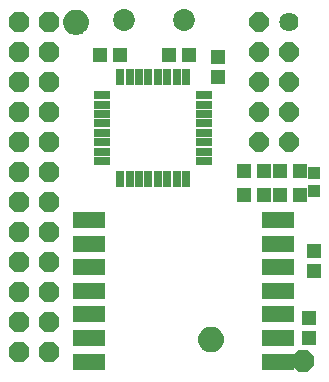
<source format=gts>
G75*
%MOIN*%
%OFA0B0*%
%FSLAX24Y24*%
%IPPOS*%
%LPD*%
%AMOC8*
5,1,8,0,0,1.08239X$1,22.5*
%
%ADD10R,0.1080X0.0580*%
%ADD11OC8,0.0710*%
%ADD12C,0.0640*%
%ADD13OC8,0.0640*%
%ADD14R,0.0395X0.0395*%
%ADD15R,0.0474X0.0513*%
%ADD16R,0.0513X0.0474*%
%ADD17R,0.0300X0.0580*%
%ADD18R,0.0580X0.0300*%
%ADD19C,0.0050*%
%ADD20OC8,0.0680*%
%ADD21C,0.0730*%
D10*
X003175Y000538D03*
X003175Y001325D03*
X003175Y002113D03*
X003175Y002900D03*
X003175Y003687D03*
X003175Y004475D03*
X003175Y005262D03*
X009475Y005262D03*
X009475Y004475D03*
X009475Y003687D03*
X009475Y002900D03*
X009475Y002113D03*
X009475Y001325D03*
X009475Y000538D03*
D11*
X010300Y000550D03*
D12*
X009825Y011850D03*
D13*
X009825Y010850D03*
X009825Y009850D03*
X009825Y008850D03*
X009825Y007850D03*
X008825Y007850D03*
X008825Y008850D03*
X008825Y009850D03*
X008825Y010850D03*
X008825Y011850D03*
D14*
X010675Y006820D03*
X010675Y006230D03*
D15*
X010210Y006100D03*
X009540Y006100D03*
X009010Y006100D03*
X008340Y006100D03*
X008340Y006900D03*
X009010Y006900D03*
X010675Y004235D03*
X010675Y003565D03*
X010500Y001985D03*
X010500Y001315D03*
X007450Y010040D03*
X007450Y010710D03*
D16*
X006510Y010750D03*
X005840Y010750D03*
X004185Y010750D03*
X003515Y010750D03*
X009540Y006900D03*
X010210Y006900D03*
D17*
X006402Y006635D03*
X006087Y006635D03*
X005772Y006635D03*
X005457Y006635D03*
X005143Y006635D03*
X004828Y006635D03*
X004513Y006635D03*
X004198Y006635D03*
X004198Y010015D03*
X004513Y010015D03*
X004828Y010015D03*
X005143Y010015D03*
X005457Y010015D03*
X005772Y010015D03*
X006087Y010015D03*
X006402Y010015D03*
D18*
X006990Y009427D03*
X006990Y009112D03*
X006990Y008797D03*
X006990Y008482D03*
X006990Y008168D03*
X006990Y007853D03*
X006990Y007538D03*
X006990Y007223D03*
X003610Y007223D03*
X003610Y007538D03*
X003610Y007853D03*
X003610Y008168D03*
X003610Y008482D03*
X003610Y008797D03*
X003610Y009112D03*
X003610Y009427D03*
D19*
X002860Y011480D02*
X002922Y011509D01*
X002978Y011548D01*
X003027Y011597D01*
X003066Y011653D01*
X003095Y011715D01*
X003113Y011782D01*
X003119Y011850D01*
X003113Y011918D01*
X003095Y011985D01*
X003066Y012047D01*
X003027Y012103D01*
X002978Y012152D01*
X002922Y012191D01*
X002860Y012220D01*
X002793Y012238D01*
X002725Y012244D01*
X002657Y012238D01*
X002590Y012220D01*
X002528Y012191D01*
X002472Y012152D01*
X002423Y012103D01*
X002384Y012047D01*
X002355Y011985D01*
X002337Y011918D01*
X002331Y011850D01*
X002337Y011782D01*
X002355Y011715D01*
X002384Y011653D01*
X002423Y011597D01*
X002472Y011548D01*
X002528Y011509D01*
X002590Y011480D01*
X002657Y011462D01*
X002725Y011456D01*
X002793Y011462D01*
X002860Y011480D01*
X002900Y011499D02*
X002550Y011499D01*
X002473Y011548D02*
X002977Y011548D01*
X003026Y011596D02*
X002424Y011596D01*
X002390Y011645D02*
X003060Y011645D01*
X003085Y011693D02*
X002365Y011693D01*
X002348Y011742D02*
X003102Y011742D01*
X003113Y011790D02*
X002337Y011790D01*
X002332Y011839D02*
X003118Y011839D01*
X003115Y011887D02*
X002335Y011887D01*
X002342Y011936D02*
X003108Y011936D01*
X003095Y011984D02*
X002355Y011984D01*
X002377Y012033D02*
X003073Y012033D01*
X003042Y012081D02*
X002408Y012081D01*
X002450Y012130D02*
X003000Y012130D01*
X002940Y012178D02*
X002510Y012178D01*
X002615Y012227D02*
X002835Y012227D01*
X007090Y001650D02*
X007028Y001621D01*
X006972Y001582D01*
X006923Y001533D01*
X006884Y001477D01*
X006855Y001415D01*
X006837Y001348D01*
X006831Y001280D01*
X006837Y001212D01*
X006855Y001145D01*
X006884Y001083D01*
X006923Y001027D01*
X006972Y000978D01*
X007028Y000939D01*
X007090Y000910D01*
X007157Y000892D01*
X007225Y000886D01*
X007293Y000892D01*
X007360Y000910D01*
X007422Y000939D01*
X007478Y000978D01*
X007527Y001027D01*
X007566Y001083D01*
X007595Y001145D01*
X007613Y001212D01*
X007619Y001280D01*
X007613Y001348D01*
X007595Y001415D01*
X007566Y001477D01*
X007527Y001533D01*
X007478Y001582D01*
X007422Y001621D01*
X007360Y001650D01*
X007293Y001668D01*
X007225Y001674D01*
X007157Y001668D01*
X007090Y001650D01*
X007104Y001654D02*
X007346Y001654D01*
X007445Y001605D02*
X007005Y001605D01*
X006947Y001557D02*
X007503Y001557D01*
X007544Y001508D02*
X006906Y001508D01*
X006876Y001460D02*
X007574Y001460D01*
X007596Y001411D02*
X006854Y001411D01*
X006841Y001363D02*
X007609Y001363D01*
X007616Y001314D02*
X006834Y001314D01*
X006833Y001266D02*
X007617Y001266D01*
X007613Y001217D02*
X006837Y001217D01*
X006849Y001169D02*
X007601Y001169D01*
X007583Y001120D02*
X006867Y001120D01*
X006892Y001072D02*
X007558Y001072D01*
X007523Y001023D02*
X006927Y001023D01*
X006978Y000975D02*
X007472Y000975D01*
X007394Y000926D02*
X007056Y000926D01*
D20*
X000825Y000850D03*
X000825Y001850D03*
X000825Y002850D03*
X000825Y003850D03*
X000825Y004850D03*
X000825Y005850D03*
X000825Y006850D03*
X000825Y007850D03*
X000825Y008850D03*
X000825Y009850D03*
X000825Y010850D03*
X000825Y011850D03*
X001825Y011850D03*
X001825Y010850D03*
X001825Y009850D03*
X001825Y008850D03*
X001825Y007850D03*
X001825Y006850D03*
X001825Y005850D03*
X001825Y004850D03*
X001825Y003850D03*
X001825Y002850D03*
X001825Y001850D03*
X001825Y000850D03*
D21*
X004325Y011925D03*
X006325Y011925D03*
M02*

</source>
